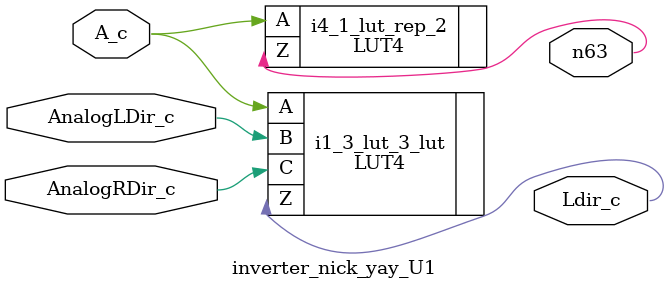
<source format=v>

module Lolhi (A, B, C, AnalogLDir, AnalogRDir, Len, Ldir, Ren, 
            Rdir) /* synthesis syn_module_defined=1 */ ;   // c:/lscc/diamond/3.1_x64/bin/nt64/lab4_smarttekbotremote/section4_verilog.v(1[8:13])
    input A;   // c:/lscc/diamond/3.1_x64/bin/nt64/lab4_smarttekbotremote/section4_verilog.v(2[8:9])
    input B;   // c:/lscc/diamond/3.1_x64/bin/nt64/lab4_smarttekbotremote/section4_verilog.v(3[8:9])
    input C;   // c:/lscc/diamond/3.1_x64/bin/nt64/lab4_smarttekbotremote/section4_verilog.v(4[8:9])
    input AnalogLDir;   // c:/lscc/diamond/3.1_x64/bin/nt64/lab4_smarttekbotremote/section4_verilog.v(5[8:18])
    input AnalogRDir;   // c:/lscc/diamond/3.1_x64/bin/nt64/lab4_smarttekbotremote/section4_verilog.v(6[8:18])
    output Len;   // c:/lscc/diamond/3.1_x64/bin/nt64/lab4_smarttekbotremote/section4_verilog.v(7[9:12])
    output Ldir;   // c:/lscc/diamond/3.1_x64/bin/nt64/lab4_smarttekbotremote/section4_verilog.v(8[9:13])
    output Ren;   // c:/lscc/diamond/3.1_x64/bin/nt64/lab4_smarttekbotremote/section4_verilog.v(9[9:12])
    output Rdir;   // c:/lscc/diamond/3.1_x64/bin/nt64/lab4_smarttekbotremote/section4_verilog.v(10[9:13])
    
    wire A_c;   // c:/lscc/diamond/3.1_x64/bin/nt64/lab4_smarttekbotremote/section4_verilog.v(2[8:9])
    wire B_c;   // c:/lscc/diamond/3.1_x64/bin/nt64/lab4_smarttekbotremote/section4_verilog.v(3[8:9])
    wire C_c;   // c:/lscc/diamond/3.1_x64/bin/nt64/lab4_smarttekbotremote/section4_verilog.v(4[8:9])
    wire AnalogLDir_c;   // c:/lscc/diamond/3.1_x64/bin/nt64/lab4_smarttekbotremote/section4_verilog.v(5[8:18])
    wire AnalogRDir_c;   // c:/lscc/diamond/3.1_x64/bin/nt64/lab4_smarttekbotremote/section4_verilog.v(6[8:18])
    wire Len_c;   // c:/lscc/diamond/3.1_x64/bin/nt64/lab4_smarttekbotremote/section4_verilog.v(7[9:12])
    wire Ldir_c;   // c:/lscc/diamond/3.1_x64/bin/nt64/lab4_smarttekbotremote/section4_verilog.v(8[9:13])
    wire Ren_c;   // c:/lscc/diamond/3.1_x64/bin/nt64/lab4_smarttekbotremote/section4_verilog.v(9[9:12])
    wire Rdir_c;   // c:/lscc/diamond/3.1_x64/bin/nt64/lab4_smarttekbotremote/section4_verilog.v(10[9:13])
    wire Z_B;   // c:/lscc/diamond/3.1_x64/bin/nt64/lab4_smarttekbotremote/section4_verilog.v(14[7:10])
    wire Len_int;   // c:/lscc/diamond/3.1_x64/bin/nt64/lab4_smarttekbotremote/section4_verilog.v(17[7:14])
    wire Ren_int;   // c:/lscc/diamond/3.1_x64/bin/nt64/lab4_smarttekbotremote/section4_verilog.v(19[7:14])
    
    wire GND_net, VCC_net, n63, n62;
    
    VHI i18 (.Z(VCC_net));
    GSR GSR_INST (.GSR(VCC_net));
    section2_schematic lab2Logic (.n63(n63), .Z_B(Z_B), .n62(n62), .Len_int(Len_int), 
            .Ren_int(Ren_int)) /* synthesis syn_module_defined=1 */ ;
    inverter_nick_yay_U0 invB (.B_c(B_c), .Z_B(Z_B)) /* synthesis syn_module_defined=1 */ ;
    IB AnalogRDir_pad (.I(AnalogRDir), .O(AnalogRDir_c));
    inverter_nick_yay invC (.C_c(C_c), .AnalogLDir_c(AnalogLDir_c), .AnalogRDir_c(AnalogRDir_c), 
            .Rdir_c(Rdir_c), .n62(n62)) /* synthesis syn_module_defined=1 */ ;
    IB AnalogLDir_pad (.I(AnalogLDir), .O(AnalogLDir_c));
    IB C_pad (.I(C), .O(C_c));
    IB B_pad (.I(B), .O(B_c));
    IB A_pad (.I(A), .O(A_c));
    OB Rdir_pad (.I(Rdir_c), .O(Rdir));
    OB Ren_pad (.I(Ren_c), .O(Ren));
    OB Ldir_pad (.I(Ldir_c), .O(Ldir));
    OB Len_pad (.I(Len_c), .O(Len));
    inverter_nick_yay_U1 invA (.A_c(A_c), .AnalogLDir_c(AnalogLDir_c), .AnalogRDir_c(AnalogRDir_c), 
            .Ldir_c(Ldir_c), .n63(n63)) /* synthesis syn_module_defined=1 */ ;
    LUT4 i1_2_lut_3_lut (.A(AnalogLDir_c), .B(AnalogRDir_c), .C(Len_int), 
         .Z(Len_c)) /* synthesis lut_function=(A (B (C))) */ ;
    defparam i1_2_lut_3_lut.init = 16'h8080;
    PUR PUR_INST (.PUR(VCC_net));
    defparam PUR_INST.RST_PULSE = 1;
    VLO i52 (.Z(GND_net));
    LUT4 i1_2_lut_3_lut_adj_1 (.A(AnalogLDir_c), .B(AnalogRDir_c), .C(Ren_int), 
         .Z(Ren_c)) /* synthesis lut_function=(A (B (C))) */ ;
    defparam i1_2_lut_3_lut_adj_1.init = 16'h8080;
    
endmodule
//
// Verilog Description of module section2_schematic
//

module section2_schematic (n63, Z_B, n62, Len_int, Ren_int) /* synthesis syn_module_defined=1 */ ;
    input n63;
    input Z_B;
    input n62;
    output Len_int;
    output Ren_int;
    
    wire N_1;   // c:/lscc/diamond/3.1_x64/bin/nt64/lab4_smarttekbotremote/lab4_smarttekbotremote/section2_schematic.v(12[6:9])
    wire N_3;   // c:/lscc/diamond/3.1_x64/bin/nt64/lab4_smarttekbotremote/lab4_smarttekbotremote/section2_schematic.v(13[6:9])
    wire Ldir_int;   // c:/lscc/diamond/3.1_x64/bin/nt64/lab4_smarttekbotremote/section4_verilog.v(16[7:15])
    wire Rdir_int;   // c:/lscc/diamond/3.1_x64/bin/nt64/lab4_smarttekbotremote/section4_verilog.v(18[7:15])
    wire N_8;   // c:/lscc/diamond/3.1_x64/bin/nt64/lab4_smarttekbotremote/lab4_smarttekbotremote/section2_schematic.v(11[6:9])
    wire N_4;   // c:/lscc/diamond/3.1_x64/bin/nt64/lab4_smarttekbotremote/lab4_smarttekbotremote/section2_schematic.v(14[6:9])
    
    AND2 I2 (.A(n63), .B(Z_B), .Z(N_1)) /* synthesis syn_instantiated=1 */ ;   // c:/lscc/diamond/3.1_x64/bin/nt64/lab4_smarttekbotremote/section4_verilog.v(29[21] 36[13])
    AND2 I3 (.A(Z_B), .B(n62), .Z(N_3)) /* synthesis syn_instantiated=1 */ ;   // c:/lscc/diamond/3.1_x64/bin/nt64/lab4_smarttekbotremote/section4_verilog.v(29[21] 36[13])
    AND3 I1 (.A(Ldir_int), .B(N_8), .C(Rdir_int), .Z(N_4)) /* synthesis syn_instantiated=1 */ ;   // c:/lscc/diamond/3.1_x64/bin/nt64/lab4_smarttekbotremote/section4_verilog.v(29[21] 36[13])
    OR2 I4 (.A(N_1), .B(N_4), .Z(Len_int)) /* synthesis syn_instantiated=1 */ ;   // c:/lscc/diamond/3.1_x64/bin/nt64/lab4_smarttekbotremote/section4_verilog.v(29[21] 36[13])
    OR2 I5 (.A(N_4), .B(N_3), .Z(Ren_int)) /* synthesis syn_instantiated=1 */ ;   // c:/lscc/diamond/3.1_x64/bin/nt64/lab4_smarttekbotremote/section4_verilog.v(29[21] 36[13])
    INV I6 (.A(n62), .Z(Rdir_int));   // c:/lscc/diamond/3.1_x64/bin/nt64/lab4_smarttekbotremote/section4_verilog.v(29[21] 36[13])
    INV I8 (.A(n63), .Z(Ldir_int));   // c:/lscc/diamond/3.1_x64/bin/nt64/lab4_smarttekbotremote/section4_verilog.v(29[21] 36[13])
    INV I7 (.A(Z_B), .Z(N_8));   // c:/lscc/diamond/3.1_x64/bin/nt64/lab4_smarttekbotremote/section4_verilog.v(29[21] 36[13])
    
endmodule
//
// Verilog Description of module inverter_nick_yay_U0
//

module inverter_nick_yay_U0 (B_c, Z_B) /* synthesis syn_module_defined=1 */ ;
    input B_c;
    output Z_B;
    
    
    LUT4 i4_1_lut (.A(B_c), .Z(Z_B)) /* synthesis lut_function=(!(A)) */ ;
    defparam i4_1_lut.init = 16'h5555;
    
endmodule
//
// Verilog Description of module inverter_nick_yay
//

module inverter_nick_yay (C_c, AnalogLDir_c, AnalogRDir_c, Rdir_c, n62) /* synthesis syn_module_defined=1 */ ;
    input C_c;
    input AnalogLDir_c;
    input AnalogRDir_c;
    output Rdir_c;
    output n62;
    
    
    LUT4 i1_3_lut_3_lut (.A(C_c), .B(AnalogLDir_c), .C(AnalogRDir_c), 
         .Z(Rdir_c)) /* synthesis lut_function=(A (C)+!A !(B+!(C))) */ ;
    defparam i1_3_lut_3_lut.init = 16'hb0b0;
    LUT4 i4_1_lut_rep_1 (.A(C_c), .Z(n62)) /* synthesis lut_function=(!(A)) */ ;
    defparam i4_1_lut_rep_1.init = 16'h5555;
    
endmodule
//
// Verilog Description of module inverter_nick_yay_U1
//

module inverter_nick_yay_U1 (A_c, AnalogLDir_c, AnalogRDir_c, Ldir_c, 
            n63) /* synthesis syn_module_defined=1 */ ;
    input A_c;
    input AnalogLDir_c;
    input AnalogRDir_c;
    output Ldir_c;
    output n63;
    
    
    LUT4 i1_3_lut_3_lut (.A(A_c), .B(AnalogLDir_c), .C(AnalogRDir_c), 
         .Z(Ldir_c)) /* synthesis lut_function=(A (B)+!A !((C)+!B)) */ ;
    defparam i1_3_lut_3_lut.init = 16'h8c8c;
    LUT4 i4_1_lut_rep_2 (.A(A_c), .Z(n63)) /* synthesis lut_function=(!(A)) */ ;
    defparam i4_1_lut_rep_2.init = 16'h5555;
    
endmodule
//
// Verilog Description of module PUR
// module not written out since it is a black-box. 
//


</source>
